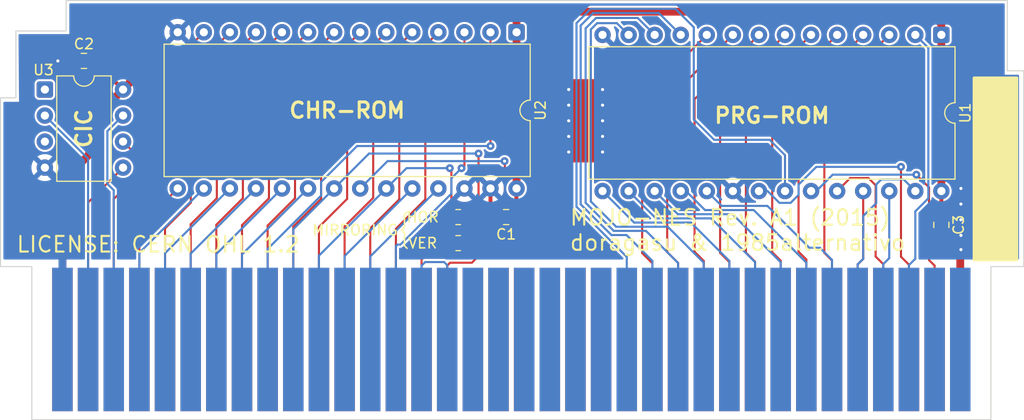
<source format=kicad_pcb>
(kicad_pcb (version 20241229) (generator "pcbnew") (generator_version "9.0")
  (title_block (title "MOJO-NES") (date "2016-12-28") (rev "A1") (company "doragasu (1985alternativo)") (comment 1 "(licence required for product manufacture, see section 4 of License)") (comment 2 "License: CERN OHL 1.2: http://www.ohwr.org/licenses/cern-ohl/v1.2"))
  (layers (0 "F.Cu" signal) (2 "B.Cu" signal) (5 "F.SilkS" user) (1 "F.Mask" user) (3 "B.Mask" user) (25 "Edge.Cuts" user))
  (net 0 "")
  (net 1 "+5V")
  (net 2 "GND")
  (net 3 "/PA11")
  (net 4 "/PA10")
  (net 5 "/PA9")
  (net 6 "/PA8")
  (net 7 "/PA7")
  (net 8 "/PA6")
  (net 9 "/PA5")
  (net 10 "/PA4")
  (net 11 "/PA3")
  (net 12 "/PA2")
  (net 13 "/PA1")
  (net 14 "/PA0")
  (net 22 "/COE")
  (net 23 "/VA10")
  (net 24 "/CA6")
  (net 25 "/CA5")
  (net 26 "/CA4")
  (net 27 "/CA3")
  (net 28 "/CA2")
  (net 29 "/CA1")
  (net 30 "/CA0")
  (net 31 "/CD0")
  (net 32 "/CD1")
  (net 33 "/CD2")
  (net 34 "/CD3")
  (net 35 "/LS0")
  (net 36 "/LS1")
  (net 39 "/PA12")
  (net 40 "/PA13")
  (net 41 "/PA14")
  (net 42 "/PD7")
  (net 43 "/PD6")
  (net 44 "/PD5")
  (net 45 "/PD4")
  (net 46 "/PD3")
  (net 47 "/PD2")
  (net 48 "/PD1")
  (net 49 "/PD0")
  (net 50 "/POE")
  (net 55 "Net-(J1-~{A13})")
  (net 58 "/CA7")
  (net 59 "/CA8")
  (net 60 "/CA9")
  (net 61 "/CA11")
  (net 62 "/CA10")
  (net 63 "/CA12")
  (net 64 "/CA13")
  (net 65 "/CD7")
  (net 66 "/CD6")
  (net 67 "/CD5")
  (net 68 "/CD4")
  (net 69 "/LS2")
  (net 70 "/LCK")
  (footprint "Capacitor_SMD:C_0805_2012Metric" (layer "F.Cu") (at 141.732 112.522 180)
    (property "Reference" "C1")
    (property "Value" "100n")
  )
  (footprint "Capacitor_SMD:C_0805_2012Metric" (layer "F.Cu") (at 100.584 97.282 180)
    (property "Reference" "C2")
    (property "Value" "100n")
  )
  (footprint "Capacitor_SMD:C_0805_2012Metric" (layer "F.Cu") (at 184.15 113.284 -90)
    (property "Reference" "C3")
    (property "Value" "100n")
  )
  (footprint "doragasu:NES_CART_FINGERS" (layer "F.Cu") (at 142.24 124.46)
    (property "Reference" "J1" (hide yes))
    (property "Value" "NES-CART" (hide yes))
  )
  (footprint "Resistor_SMD:R_0805_2012Metric" (layer "F.Cu") (at 137.0584 115.062)
    (property "Reference" "JP1" (hide yes))
    (property "Value" "JUMPER")
  )
  (footprint "Resistor_SMD:R_0805_2012Metric" (layer "F.Cu") (at 137.0584 112.522)
    (property "Reference" "JP2" (hide yes))
    (property "Value" "JUMPER")
  )
  (footprint "Package_DIP:DIP-28_W15.24mm" (layer "F.Cu") (at 142.748 94.488 -90)
    (property "Reference" "U2")
    (property "Value" "27C512")
  )
  (footprint "Package_DIP:DIP-8_W7.62mm" (layer "F.Cu") (at 96.779 100.076)
    (property "Reference" "U3")
    (property "Value" "ATTINY13-P")
  )
  (footprint "Package_DIP:DIP-28_W15.24mm" (layer "F.Cu") (at 184.15 94.742 -90)
    (property "Reference" "U1")
    (property "Value" "27C512")
  )
  (gr_line (start 131.826 112.268) (end 131.826 113.538) (stroke (width 0.1524)) (layer "F.SilkS"))
  (gr_line (start 131.572 113.792) (end 131.826 114.046) (stroke (width 0.1524)) (layer "F.SilkS"))
  (gr_line (start 131.826 115.316) (end 132.08 115.57) (stroke (width 0.1524)) (layer "F.SilkS"))
  (gr_line (start 132.08 112.014) (end 131.826 112.268) (stroke (width 0.1524)) (layer "F.SilkS"))
  (gr_line (start 131.826 114.046) (end 131.826 115.316) (stroke (width 0.1524)) (layer "F.SilkS"))
  (gr_line (start 131.826 113.538) (end 131.572 113.792) (stroke (width 0.1524)) (layer "F.SilkS"))
  (gr_line (start 190.5762 97.9678) (end 190.5762 91.3892) (stroke (width 0.1)) (layer "Edge.Cuts"))
  (gr_line (start 188.976 132.2832) (end 188.976 117.348) (stroke (width 0.1)) (layer "Edge.Cuts"))
  (gr_line (start 95.504 117.348) (end 92.456 117.348) (stroke (width 0.1)) (layer "Edge.Cuts"))
  (gr_line (start 98.8568 94.361) (end 98.8568 91.3892) (stroke (width 0.1)) (layer "Edge.Cuts"))
  (gr_line (start 92.456 100.8888) (end 93.9546 100.8888) (stroke (width 0.1)) (layer "Edge.Cuts"))
  (gr_line (start 192.1764 117.348) (end 192.1764 98.2472) (stroke (width 0.1)) (layer "Edge.Cuts"))
  (gr_line (start 95.504 132.2832) (end 95.504 117.348) (stroke (width 0.1)) (layer "Edge.Cuts"))
  (gr_line (start 92.456 117.348) (end 92.456 100.8888) (stroke (width 0.1)) (layer "Edge.Cuts"))
  (gr_line (start 190.5762 91.3892) (end 98.8568 91.3892) (stroke (width 0.1)) (layer "Edge.Cuts"))
  (gr_line (start 192.1764 98.2472) (end 190.5762 98.2472) (stroke (width 0.1)) (layer "Edge.Cuts"))
  (gr_line (start 188.976 132.2832) (end 95.504 132.2832) (stroke (width 0.1)) (layer "Edge.Cuts"))
  (gr_line (start 93.9546 100.8888) (end 93.9546 94.361) (stroke (width 0.1)) (layer "Edge.Cuts"))
  (gr_line (start 190.5762 98.2472) (end 190.5762 97.9678) (stroke (width 0.1)) (layer "Edge.Cuts"))
  (gr_line (start 93.9546 94.361) (end 98.8568 94.361) (stroke (width 0.1)) (layer "Edge.Cuts"))
  (gr_line (start 188.976 117.348) (end 192.1764 117.348) (stroke (width 0.1)) (layer "Edge.Cuts"))
  (gr_text "PRG-ROM" (at 167.64 102.616 0) (layer "F.SilkS") (effects (font (size 1.5 1.5) (thickness 0.3))))
  (gr_text "HOR" (at 133.604 112.522 0) (layer "F.SilkS") (effects (font (size 1.016 1.016) (thickness 0.1524))))
  (gr_text "LICENSE: CERN OHL 1.2" (at 107.823 115.189 0) (layer "F.SilkS") (effects (font (size 1.524 1.524) (thickness 0.2032))))
  (gr_text "CHR-ROM" (at 126.238 102.108 0) (layer "F.SilkS") (effects (font (size 1.5 1.5) (thickness 0.3))))
  (gr_text "CIC" (at 100.584 103.886 90) (layer "F.SilkS") (effects (font (size 1.5 1.5) (thickness 0.3))))
  (gr_text "MOJO-NES Rev. A1 (2015)\ndoragasu & 1985alternativo" (at 147.828 113.792 0) (layer "F.SilkS") (effects (font (size 1.524 1.524) (thickness 0.2032)) (justify left)))
  (gr_text "VER" (at 133.604 115.062 0) (layer "F.SilkS") (effects (font (size 1.016 1.016) (thickness 0.1524))))
  (gr_text "MIRRORING" (at 127 113.792 0) (layer "F.SilkS") (effects (font (size 1.016 1.016) (thickness 0.1524))))
  (segment (start 101.092 106.426) (end 101.092 103.378) (width 0.762) (layer "F.Cu") (net 1))
  (segment (start 101.092 103.378) (end 104.394 100.076) (width 0.762) (layer "F.Cu") (net 1))
  (segment (start 104.378 100.076) (end 101.584 97.282) (width 0.381) (layer "F.Cu") (net 1))
  (segment (start 142.732 109.744) (end 142.748 109.728) (width 0.381) (layer "F.Cu") (net 1))
  (segment (start 104.394 100.076) (end 105.092499 99.377501) (width 0.762) (layer "F.Cu") (net 1))
  (segment (start 184.15 112.284) (end 184.15 109.982) (width 0.381) (layer "F.Cu") (net 1))
  (segment (start 100.33508 107.18292) (end 98.49 109.028) (width 0.762) (layer "F.Cu") (net 1))
  (segment (start 184.15 93.6625) (end 184.15 94.742) (width 0.762) (layer "F.Cu") (net 1))
  (segment (start 142.732 112.522) (end 142.732 109.744) (width 0.381) (layer "F.Cu") (net 1))
  (segment (start 184.15 109.982) (end 184.15 108.994172) (width 0.381) (layer "F.Cu") (net 1))
  (segment (start 184.15 108.994172) (end 184.15 107.56773) (width 0.762) (layer "F.Cu") (net 1))
  (segment (start 184.15 107.56773) (end 184.15 94.742) (width 0.762) (layer "F.Cu") (net 1))
  (segment (start 142.748 92.4814) (end 182.9689 92.4814) (width 0.762) (layer "F.Cu") (net 1))
  (segment (start 182.9689 92.4814) (end 184.15 93.6625) (width 0.762) (layer "F.Cu") (net 1))
  (segment (start 105.092499 95.567501) (end 108.1786 92.4814) (width 0.762) (layer "F.Cu") (net 1))
  (segment (start 142.748 109.728) (end 142.748 94.488) (width 0.762) (layer "F.Cu") (net 1))
  (segment (start 105.092499 99.377501) (end 105.092499 95.567501) (width 0.762) (layer "F.Cu") (net 1))
  (segment (start 104.394 100.076) (end 104.378 100.076) (width 0.381) (layer "F.Cu") (net 1))
  (segment (start 108.1786 92.4814) (end 142.748 92.4814) (width 0.762) (layer "F.Cu") (net 1))
  (segment (start 184.15 107.56773) (end 184.15 109.982) (width 0.762) (layer "F.Cu") (net 1))
  (segment (start 98.49 109.028) (end 98.49 124.46) (width 0.762) (layer "F.Cu") (net 1))
  (segment (start 142.748 92.4814) (end 142.748 94.488) (width 0.762) (layer "F.Cu") (net 1))
  (segment (start 100.33508 107.18292) (end 101.092 106.426) (width 0.762) (layer "F.Cu") (net 1))
  (segment (start 185.99 115.886) (end 185.928 115.824) (width 0.762) (layer "F.Cu") (net 2))
  (segment (start 185.928 114.3) (end 185.928 115.824) (width 0.762) (layer "F.Cu") (net 2))
  (segment (start 151.13 101.6) (end 151.13 103.124) (width 0.381) (layer "F.Cu") (net 2))
  (segment (start 185.928 112.776) (end 185.928 111.252) (width 0.762) (layer "F.Cu") (net 2))
  (segment (start 185.928 112.776) (end 185.928 114.3) (width 0.762) (layer "F.Cu") (net 2))
  (segment (start 140.732 112.522) (end 140.208 111.998) (width 0.381) (layer "F.Cu") (net 2))
  (segment (start 147.828 100.076) (end 151.13 100.076) (width 0.381) (layer "F.Cu") (net 2))
  (segment (start 140.208 110.8202) (end 140.208 109.728) (width 0.381) (layer "F.Cu") (net 2))
  (segment (start 99.584 97.282) (end 98.044 97.282) (width 0.381) (layer "F.Cu") (net 2))
  (segment (start 185.912 114.284) (end 185.928 114.3) (width 0.381) (layer "F.Cu") (net 2))
  (segment (start 147.828 106.172) (end 147.828 104.648) (width 0.381) (layer "F.Cu") (net 2))
  (segment (start 185.99 124.46) (end 185.99 115.886) (width 0.762) (layer "F.Cu") (net 2))
  (segment (start 185.928 111.252) (end 185.928 109.728) (width 0.762) (layer "F.Cu") (net 2))
  (segment (start 151.13 104.648) (end 151.13 106.172) (width 0.381) (layer "F.Cu") (net 2))
  (segment (start 184.15 114.284) (end 185.912 114.284) (width 0.381) (layer "F.Cu") (net 2))
  (segment (start 140.208 111.998) (end 140.208 110.8202) (width 0.381) (layer "F.Cu") (net 2))
  (segment (start 147.828 103.124) (end 147.828 101.6) (width 0.381) (layer "F.Cu") (net 2))
  (via (at 147.828 101.6) (size 0.762) (drill 0.3048) (layers "F.Cu" "B.Cu") (net 2))
  (via (at 151.13 100.076) (size 0.762) (drill 0.3048) (layers "F.Cu" "B.Cu") (net 2))
  (via (at 151.13 106.172) (size 0.762) (drill 0.3048) (layers "F.Cu" "B.Cu") (net 2))
  (via (at 186.055 114.3) (size 0.889) (drill 0.3048) (layers "F.Cu" "B.Cu") (net 2))
  (via (at 147.828 106.172) (size 0.762) (drill 0.3048) (layers "F.Cu" "B.Cu") (net 2))
  (via (at 147.828 100.076) (size 0.762) (drill 0.3048) (layers "F.Cu" "B.Cu") (net 2))
  (via (at 186.055 109.728) (size 0.889) (drill 0.3048) (layers "F.Cu" "B.Cu") (net 2))
  (via (at 186.055 112.776) (size 0.889) (drill 0.3048) (layers "F.Cu" "B.Cu") (net 2))
  (via (at 186.055 115.697) (size 0.889) (drill 0.3048) (layers "F.Cu" "B.Cu") (net 2))
  (via (at 151.13 103.124) (size 0.762) (drill 0.3048) (layers "F.Cu" "B.Cu") (net 2))
  (via (at 147.828 104.648) (size 0.762) (drill 0.3048) (layers "F.Cu" "B.Cu") (net 2))
  (via (at 186.055 111.252) (size 0.889) (drill 0.3048) (layers "F.Cu" "B.Cu") (net 2))
  (via (at 151.13 101.6) (size 0.762) (drill 0.3048) (layers "F.Cu" "B.Cu") (net 2))
  (via (at 98.044 97.282) (size 0.762) (drill 0.3048) (layers "F.Cu" "B.Cu") (net 2))
  (via (at 147.828 103.124) (size 0.762) (drill 0.3048) (layers "F.Cu" "B.Cu") (net 2))
  (via (at 151.13 104.648) (size 0.762) (drill 0.3048) (layers "F.Cu" "B.Cu") (net 2))
  (segment (start 98.49 109.412) (end 96.774 107.696) (width 0.762) (layer "B.Cu") (net 2))
  (segment (start 151.13 100.076) (end 151.13 101.6) (width 0.381) (layer "B.Cu") (net 2))
  (segment (start 147.828 106.710815) (end 147.828 106.172) (width 0.381) (layer "B.Cu") (net 2))
  (segment (start 147.828 106.264458) (end 147.828 106.172) (width 0.381) (layer "B.Cu") (net 2))
  (segment (start 140.208 109.728) (end 141.478 110.998) (width 0.381) (layer "B.Cu") (net 2))
  (segment (start 160.02 106.172) (end 163.83 109.982) (width 0.381) (layer "B.Cu") (net 2))
  (segment (start 147.828 101.6) (end 147.828 100.076) (width 0.381) (layer "B.Cu") (net 2))
  (segment (start 143.540815 110.998) (end 147.828 106.710815) (width 0.381) (layer "B.Cu") (net 2))
  (segment (start 98.49 124.68) (end 98.49 109.412) (width 0.762) (layer "B.Cu") (net 2))
  (segment (start 151.13 103.124) (end 151.13 104.648) (width 0.381) (layer "B.Cu") (net 2))
  (segment (start 141.478 110.998) (end 143.540815 110.998) (width 0.381) (layer "B.Cu") (net 2))
  (segment (start 151.13 106.172) (end 160.02 106.172) (width 0.381) (layer "B.Cu") (net 2))
  (segment (start 147.828 104.648) (end 147.828 103.124) (width 0.381) (layer "B.Cu") (net 2))
  (segment (start 183.49 117.2568) (end 183.49 124.46) (width 0.2032) (layer "F.Cu") (net 3))
  (segment (start 181.7116 108.3818) (end 182.9468 109.617) (width 0.2032) (layer "F.Cu") (net 3))
  (segment (start 182.9468 116.7136) (end 183.49 117.2568) (width 0.2032) (layer "F.Cu") (net 3))
  (segment (start 184.15 124.46) (end 184.15 118.46) (width 0.2032) (layer "F.Cu") (net 3))
  (segment (start 182.9468 109.617) (end 182.9468 116.7136) (width 0.2032) (layer "F.Cu") (net 3))
  (via (at 181.7116 108.3818) (size 0.762) (drill 0.3048) (layers "F.Cu" "B.Cu") (net 3))
  (segment (start 171.958 109.982) (end 173.5582 108.3818) (width 0.2032) (layer "B.Cu") (net 3))
  (segment (start 173.5582 108.3818) (end 181.7116 108.3818) (width 0.2032) (layer "B.Cu") (net 3))
  (segment (start 171.45 109.982) (end 171.958 109.982) (width 0.2032) (layer "B.Cu") (net 3))
  (segment (start 180.99 117.1692) (end 180.99 124.46) (width 0.2032) (layer "F.Cu") (net 4))
  (segment (start 180.213 108.158615) (end 180.213 107.6198) (width 0.2032) (layer "F.Cu") (net 4))
  (segment (start 180.213 116.3922) (end 180.213 108.158615) (width 0.2032) (layer "F.Cu") (net 4))
  (segment (start 181.61 124.46) (end 181.61 118.46) (width 0.2032) (layer "F.Cu") (net 4))
  (segment (start 180.213 116.3922) (end 180.99 117.1692) (width 0.2032) (layer "F.Cu") (net 4))
  (via (at 180.213 107.6198) (size 0.762) (drill 0.3048) (layers "F.Cu" "B.Cu") (net 4))
  (segment (start 170.2308 110.356873) (end 170.2308 109.350675) (width 0.2032) (layer "B.Cu") (net 4))
  (segment (start 166.37 109.982) (end 167.215057 109.982) (width 0.2032) (layer "B.Cu") (net 4))
  (segment (start 169.456375 111.131298) (end 170.2308 110.356873) (width 0.2032) (layer "B.Cu") (net 4))
  (segment (start 168.364355 111.131298) (end 169.456375 111.131298) (width 0.2032) (layer "B.Cu") (net 4))
  (segment (start 171.961675 107.6198) (end 180.213 107.6198) (width 0.2032) (layer "B.Cu") (net 4))
  (segment (start 167.215057 109.982) (end 168.364355 111.131298) (width 0.2032) (layer "B.Cu") (net 4))
  (segment (start 170.2308 109.350675) (end 171.961675 107.6198) (width 0.2032) (layer "B.Cu") (net 4))
  (segment (start 178.49 117.1168) (end 178.49 124.46) (width 0.2032) (layer "F.Cu") (net 5))
  (segment (start 177.743044 109.417044) (end 177.743044 116.369844) (width 0.2032) (layer "F.Cu") (net 5))
  (segment (start 175.26 108.712) (end 177.038 108.712) (width 0.2032) (layer "F.Cu") (net 5))
  (segment (start 177.038 108.712) (end 177.743044 109.417044) (width 0.2032) (layer "F.Cu") (net 5))
  (segment (start 173.99 109.982) (end 175.26 108.712) (width 0.2032) (layer "F.Cu") (net 5))
  (segment (start 177.743044 116.369844) (end 178.49 117.1168) (width 0.2032) (layer "F.Cu") (net 5))
  (segment (start 176.53 116.60074) (end 176.53 109.982) (width 0.2032) (layer "F.Cu") (net 6))
  (segment (start 175.99 117.14074) (end 175.99 124.46) (width 0.2032) (layer "F.Cu") (net 6))
  (segment (start 176.53 116.60074) (end 175.99 117.14074) (width 0.2032) (layer "F.Cu") (net 6))
  (segment (start 173.21772 116.48452) (end 173.49 116.7568) (width 0.2032) (layer "F.Cu") (net 7))
  (segment (start 173.49 116.7568) (end 173.49 124.46) (width 0.2032) (layer "F.Cu") (net 7))
  (segment (start 172.7454 116.0122) (end 172.7454 101.0666) (width 0.2032) (layer "F.Cu") (net 7))
  (segment (start 172.7454 101.0666) (end 178.371501 95.440499) (width 0.2032) (layer "F.Cu") (net 7))
  (segment (start 178.371501 95.440499) (end 179.07 94.742) (width 0.2032) (layer "F.Cu") (net 7))
  (segment (start 173.21772 116.48452) (end 172.7454 116.0122) (width 0.2032) (layer "F.Cu") (net 7))
  (segment (start 170.43146 116.10086) (end 170.2308 115.9002) (width 0.2032) (layer "F.Cu") (net 8))
  (segment (start 170.99 116.6594) (end 170.99 124.46) (width 0.2032) (layer "F.Cu") (net 8))
  (segment (start 170.2308 115.9002) (end 170.2308 101.0412) (width 0.2032) (layer "F.Cu") (net 8))
  (segment (start 170.43146 116.10086) (end 170.99 116.6594) (width 0.2032) (layer "F.Cu") (net 8))
  (segment (start 175.831501 95.440499) (end 176.53 94.742) (width 0.2032) (layer "F.Cu") (net 8))
  (segment (start 170.2308 101.0412) (end 175.831501 95.440499) (width 0.2032) (layer "F.Cu") (net 8))
  (segment (start 168.20896 116.49456) (end 167.6654 115.951) (width 0.2032) (layer "F.Cu") (net 9))
  (segment (start 167.6654 101.0666) (end 173.291501 95.440499) (width 0.2032) (layer "F.Cu") (net 9))
  (segment (start 168.49 116.7756) (end 168.49 124.46) (width 0.2032) (layer "F.Cu") (net 9))
  (segment (start 167.6654 115.951) (end 167.6654 101.0666) (width 0.2032) (layer "F.Cu") (net 9))
  (segment (start 168.20896 116.49456) (end 168.49 116.7756) (width 0.2032) (layer "F.Cu") (net 9))
  (segment (start 173.291501 95.440499) (end 173.99 94.742) (width 0.2032) (layer "F.Cu") (net 9))
  (segment (start 165.99 116.8768) (end 165.99 124.46) (width 0.2032) (layer "F.Cu") (net 10))
  (segment (start 165.1 101.092) (end 170.751501 95.440499) (width 0.2032) (layer "F.Cu") (net 10))
  (segment (start 165.75012 116.63692) (end 165.99 116.8768) (width 0.2032) (layer "F.Cu") (net 10))
  (segment (start 165.75012 116.63692) (end 165.1 115.9868) (width 0.2032) (layer "F.Cu") (net 10))
  (segment (start 170.751501 95.440499) (end 171.45 94.742) (width 0.2032) (layer "F.Cu") (net 10))
  (segment (start 165.1 115.9868) (end 165.1 101.092) (width 0.2032) (layer "F.Cu") (net 10))
  (segment (start 168.211501 95.440499) (end 168.91 94.742) (width 0.2032) (layer "F.Cu") (net 11))
  (segment (start 163.139 116.5658) (end 162.5854 116.0122) (width 0.2032) (layer "F.Cu") (net 11))
  (segment (start 162.5854 101.0666) (end 168.211501 95.440499) (width 0.2032) (layer "F.Cu") (net 11))
  (segment (start 163.49 116.9168) (end 163.49 124.46) (width 0.2032) (layer "F.Cu") (net 11))
  (segment (start 163.139 116.5658) (end 163.49 116.9168) (width 0.2032) (layer "F.Cu") (net 11))
  (segment (start 162.5854 116.0122) (end 162.5854 101.0666) (width 0.2032) (layer "F.Cu") (net 11))
  (segment (start 160.51784 116.32184) (end 160.99 116.794) (width 0.2032) (layer "F.Cu") (net 12))
  (segment (start 160.99 116.794) (end 160.99 124.46) (width 0.2032) (layer "F.Cu") (net 12))
  (segment (start 160.51784 116.32184) (end 160.0962 115.9002) (width 0.2032) (layer "F.Cu") (net 12))
  (segment (start 160.0962 115.9002) (end 160.0962 101.0158) (width 0.2032) (layer "F.Cu") (net 12))
  (segment (start 160.0962 101.0158) (end 165.671501 95.440499) (width 0.2032) (layer "F.Cu") (net 12))
  (segment (start 165.671501 95.440499) (end 166.37 94.742) (width 0.2032) (layer "F.Cu") (net 12))
  (segment (start 158.49 116.9968) (end 158.49 124.46) (width 0.2032) (layer "F.Cu") (net 13))
  (segment (start 157.6526 116.1594) (end 158.49 116.9968) (width 0.2032) (layer "F.Cu") (net 13))
  (segment (start 157.4292 115.936) (end 157.4292 101.1428) (width 0.2032) (layer "F.Cu") (net 13))
  (segment (start 157.4292 101.1428) (end 163.131501 95.440499) (width 0.2032) (layer "F.Cu") (net 13))
  (segment (start 163.131501 95.440499) (end 163.83 94.742) (width 0.2032) (layer "F.Cu") (net 13))
  (segment (start 157.6526 116.1594) (end 157.4292 115.936) (width 0.2032) (layer "F.Cu") (net 13))
  (segment (start 154.9908 101.0412) (end 160.591501 95.440499) (width 0.2032) (layer "F.Cu") (net 14))
  (segment (start 155.99 117.0368) (end 155.99 124.46) (width 0.2032) (layer "F.Cu") (net 14))
  (segment (start 154.9908 116.0376) (end 154.9908 101.0412) (width 0.2032) (layer "F.Cu") (net 14))
  (segment (start 155.20404 116.25084) (end 154.9908 116.0376) (width 0.2032) (layer "F.Cu") (net 14))
  (segment (start 155.20404 116.25084) (end 155.99 117.0368) (width 0.2032) (layer "F.Cu") (net 14))
  (segment (start 160.591501 95.440499) (end 161.29 94.742) (width 0.2032) (layer "F.Cu") (net 14))
  (segment (start 135.99 117.2568) (end 135.99 124.46) (width 0.2032) (layer "F.Cu") (net 22))
  (segment (start 141.605 113.763792) (end 138.396583 116.972209) (width 0.2032) (layer "F.Cu") (net 22))
  (segment (start 138.396583 116.972209) (end 136.274591 116.972209) (width 0.2032) (layer "F.Cu") (net 22))
  (segment (start 141.5796 107.061) (end 141.605 107.0864) (width 0.2032) (layer "F.Cu") (net 22))
  (segment (start 136.274591 116.972209) (end 135.99 117.2568) (width 0.2032) (layer "F.Cu") (net 22))
  (segment (start 141.605 107.0864) (end 141.605 113.763792) (width 0.2032) (layer "F.Cu") (net 22))
  (via (at 141.5796 107.061) (size 0.762) (drill 0.3048) (layers "F.Cu" "B.Cu") (net 22))
  (segment (start 127.508 109.728) (end 130.175 107.061) (width 0.2032) (layer "B.Cu") (net 22))
  (segment (start 138.710414 107.061) (end 141.5796 107.061) (width 0.2032) (layer "B.Cu") (net 22))
  (segment (start 130.175 107.061) (end 138.710414 107.061) (width 0.2032) (layer "B.Cu") (net 22))
  (segment (start 133.49 115.176) (end 134.9248 113.7412) (width 0.2032) (layer "F.Cu") (net 23))
  (segment (start 134.9248 113.7412) (end 137.8712 113.7412) (width 0.2032) (layer "F.Cu") (net 23))
  (segment (start 137.8712 113.7412) (end 137.9084 113.704) (width 0.2032) (layer "F.Cu") (net 23))
  (segment (start 137.9084 113.704) (end 137.9084 112.522) (width 0.2032) (layer "F.Cu") (net 23))
  (segment (start 133.49 124.55) (end 133.49 115.176) (width 0.2032) (layer "F.Cu") (net 23))
  (segment (start 137.9084 115.062) (end 137.9084 112.522) (width 0.2032) (layer "F.Cu") (net 23))
  (segment (start 130.99 113.6628) (end 133.858 110.7948) (width 0.2032) (layer "F.Cu") (net 24))
  (segment (start 133.858 110.7948) (end 133.858 95.758) (width 0.2032) (layer "F.Cu") (net 24))
  (segment (start 133.858 95.758) (end 135.128 94.488) (width 0.2032) (layer "F.Cu") (net 24))
  (segment (start 130.99 124.48) (end 130.99 113.6628) (width 0.2032) (layer "F.Cu") (net 24))
  (segment (start 131.318 110.7948) (end 131.318 95.758) (width 0.2032) (layer "F.Cu") (net 25))
  (segment (start 131.318 95.758) (end 132.588 94.488) (width 0.2032) (layer "F.Cu") (net 25))
  (segment (start 128.66878 113.44402) (end 131.318 110.7948) (width 0.2032) (layer "F.Cu") (net 25))
  (segment (start 128.49 113.6228) (end 128.49 124.46) (width 0.2032) (layer "F.Cu") (net 25))
  (segment (start 128.66878 113.44402) (end 128.49 113.6228) (width 0.2032) (layer "F.Cu") (net 25))
  (segment (start 128.778 110.6424) (end 128.778 95.758) (width 0.2032) (layer "F.Cu") (net 26))
  (segment (start 128.778 95.758) (end 130.048 94.488) (width 0.2032) (layer "F.Cu") (net 26))
  (segment (start 126.39294 113.02746) (end 128.778 110.6424) (width 0.2032) (layer "F.Cu") (net 26))
  (segment (start 126.39294 113.02746) (end 125.99 113.4304) (width 0.2032) (layer "F.Cu") (net 26))
  (segment (start 125.99 113.4304) (end 125.99 124.46) (width 0.2032) (layer "F.Cu") (net 26))
  (segment (start 126.238 110.744) (end 126.238 95.758) (width 0.2032) (layer "F.Cu") (net 27))
  (segment (start 126.238 95.758) (end 127.508 94.488) (width 0.2032) (layer "F.Cu") (net 27))
  (segment (start 124.152407 112.829593) (end 123.49 113.492) (width 0.2032) (layer "F.Cu") (net 27))
  (segment (start 124.152407 112.829593) (end 126.238 110.744) (width 0.2032) (layer "F.Cu") (net 27))
  (segment (start 123.49 113.492) (end 123.49 124.46) (width 0.2032) (layer "F.Cu") (net 27))
  (segment (start 123.698 110.744) (end 123.698 95.758) (width 0.2032) (layer "F.Cu") (net 28))
  (segment (start 123.698 95.758) (end 124.968 94.488) (width 0.2032) (layer "F.Cu") (net 28))
  (segment (start 121.399455 113.042545) (end 120.99 113.452) (width 0.2032) (layer "F.Cu") (net 28))
  (segment (start 120.99 113.452) (end 120.99 124.46) (width 0.2032) (layer "F.Cu") (net 28))
  (segment (start 121.399455 113.042545) (end 123.698 110.744) (width 0.2032) (layer "F.Cu") (net 28))
  (segment (start 121.158 110.6805) (end 121.158 95.758) (width 0.2032) (layer "F.Cu") (net 29))
  (segment (start 121.158 95.758) (end 122.428 94.488) (width 0.2032) (layer "F.Cu") (net 29))
  (segment (start 119.89689 111.94161) (end 121.158 110.6805) (width 0.2032) (layer "F.Cu") (net 29))
  (segment (start 118.49 113.3485) (end 118.49 124.46) (width 0.2032) (layer "F.Cu") (net 29))
  (segment (start 119.89689 111.94161) (end 118.49 113.3485) (width 0.2032) (layer "F.Cu") (net 29))
  (segment (start 118.618 110.6805) (end 118.618 95.758) (width 0.2032) (layer "F.Cu") (net 30))
  (segment (start 118.618 95.758) (end 119.888 94.488) (width 0.2032) (layer "F.Cu") (net 30))
  (segment (start 115.99 113.3085) (end 115.99 124.46) (width 0.2032) (layer "F.Cu") (net 30))
  (segment (start 117.15877 112.13973) (end 118.618 110.6805) (width 0.2032) (layer "F.Cu") (net 30))
  (segment (start 117.15877 112.13973) (end 115.99 113.3085) (width 0.2032) (layer "F.Cu") (net 30))
  (segment (start 116.078 110.6805) (end 116.078 95.758) (width 0.2032) (layer "F.Cu") (net 31))
  (segment (start 116.078 95.758) (end 117.348 94.488) (width 0.2032) (layer "F.Cu") (net 31))
  (segment (start 114.75085 112.00765) (end 116.078 110.6805) (width 0.2032) (layer "F.Cu") (net 31))
  (segment (start 113.49 113.2685) (end 113.49 124.46) (width 0.2032) (layer "F.Cu") (net 31))
  (segment (start 114.75085 112.00765) (end 113.49 113.2685) (width 0.2032) (layer "F.Cu") (net 31))
  (segment (start 113.538 110.6805) (end 113.538 95.758) (width 0.2032) (layer "F.Cu") (net 32))
  (segment (start 113.538 95.758) (end 114.808 94.488) (width 0.2032) (layer "F.Cu") (net 32))
  (segment (start 110.99 113.2285) (end 110.99 124.46) (width 0.2032) (layer "F.Cu") (net 32))
  (segment (start 112.04829 112.17021) (end 113.538 110.6805) (width 0.2032) (layer "F.Cu") (net 32))
  (segment (start 112.04829 112.17021) (end 110.99 113.2285) (width 0.2032) (layer "F.Cu") (net 32))
  (segment (start 110.998 111.125) (end 110.998 95.758) (width 0.2032) (layer "F.Cu") (net 33))
  (segment (start 110.998 95.758) (end 112.268 94.488) (width 0.2032) (layer "F.Cu") (net 33))
  (segment (start 109.6899 112.4331) (end 108.49 113.633) (width 0.2032) (layer "F.Cu") (net 33))
  (segment (start 109.6899 112.4331) (end 110.998 111.125) (width 0.2032) (layer "F.Cu") (net 33))
  (segment (start 108.49 113.633) (end 108.49 124.46) (width 0.2032) (layer "F.Cu") (net 33))
  (segment (start 105.99 113.466) (end 105.99 124.46) (width 0.2032) (layer "F.Cu") (net 34))
  (segment (start 106.53776 112.91824) (end 105.99 113.466) (width 0.2032) (layer "F.Cu") (net 34))
  (segment (start 106.53776 112.91824) (end 109.728 109.728) (width 0.2032) (layer "F.Cu") (net 34))
  (segment (start 105.791 106.553) (end 104.394 105.156) (width 0.2032) (layer "F.Cu") (net 35))
  (segment (start 104.6861 109.5629) (end 105.791 108.458) (width 0.2032) (layer "F.Cu") (net 35))
  (segment (start 104.6861 109.5629) (end 103.49 110.759) (width 0.2032) (layer "F.Cu") (net 35))
  (segment (start 105.791 108.458) (end 105.791 106.553) (width 0.2032) (layer "F.Cu") (net 35))
  (segment (start 103.49 110.759) (end 103.49 124.46) (width 0.2032) (layer "F.Cu") (net 35))
  (segment (start 100.99 111.1) (end 100.99 124.46) (width 0.2032) (layer "F.Cu") (net 36))
  (segment (start 102.219461 109.870539) (end 104.394 107.696) (width 0.2032) (layer "F.Cu") (net 36))
  (segment (start 102.219461 109.870539) (end 100.99 111.1) (width 0.2032) (layer "F.Cu") (net 36))
  (segment (start 180.99 117.20456) (end 181.61 116.58456) (width 0.2032) (layer "B.Cu") (net 39))
  (segment (start 181.61 116.58456) (end 181.61 111.9632) (width 0.2032) (layer "B.Cu") (net 39))
  (segment (start 180.99 124.46) (end 180.99 117.20456) (width 0.2032) (layer "B.Cu") (net 39))
  (segment (start 181.61 111.9632) (end 182.88 110.6932) (width 0.2032) (layer "B.Cu") (net 39))
  (segment (start 182.88 96.012) (end 181.61 94.742) (width 0.2032) (layer "B.Cu") (net 39))
  (segment (start 182.88 110.6932) (end 182.88 96.012) (width 0.2032) (layer "B.Cu") (net 39))
  (segment (start 179.07 116.52366) (end 179.07 109.982) (width 0.2032) (layer "B.Cu") (net 40))
  (segment (start 179.07 116.52366) (end 178.49 117.10366) (width 0.2032) (layer "B.Cu") (net 40))
  (segment (start 178.49 117.10366) (end 178.49 124.46) (width 0.2032) (layer "B.Cu") (net 40))
  (segment (start 177.8 109.347) (end 178.308 108.839) (width 0.2032) (layer "B.Cu") (net 41))
  (segment (start 178.308 108.839) (end 180.467 108.839) (width 0.2032) (layer "B.Cu") (net 41))
  (segment (start 175.99 117.13834) (end 176.53 116.59834) (width 0.2032) (layer "B.Cu") (net 41))
  (segment (start 176.53 116.59834) (end 176.53 112.4204) (width 0.2032) (layer "B.Cu") (net 41))
  (segment (start 176.53 112.4204) (end 177.8 111.1504) (width 0.2032) (layer "B.Cu") (net 41))
  (segment (start 175.99 124.46) (end 175.99 117.13834) (width 0.2032) (layer "B.Cu") (net 41))
  (segment (start 177.8 111.1504) (end 177.8 109.347) (width 0.2032) (layer "B.Cu") (net 41))
  (segment (start 180.467 108.839) (end 181.61 109.982) (width 0.2032) (layer "B.Cu") (net 41))
  (segment (start 173.49 124.46) (end 173.49 116.6956) (width 0.2032) (layer "B.Cu") (net 42))
  (segment (start 173.49 116.6956) (end 172.30344 115.50904) (width 0.2032) (layer "B.Cu") (net 42))
  (segment (start 172.30344 115.50904) (end 171.27474 115.50904) (width 0.2032) (layer "B.Cu") (net 42))
  (segment (start 162.73778 111.42978) (end 161.29 109.982) (width 0.2032) (layer "B.Cu") (net 42))
  (segment (start 171.27474 115.50904) (end 167.19548 111.42978) (width 0.2032) (layer "B.Cu") (net 42))
  (segment (start 167.19548 111.42978) (end 162.73778 111.42978) (width 0.2032) (layer "B.Cu") (net 42))
  (segment (start 165.86199 111.83619) (end 161.11219 111.83619) (width 0.2032) (layer "B.Cu") (net 43))
  (segment (start 161.11219 111.83619) (end 159.258 109.982) (width 0.2032) (layer "B.Cu") (net 43))
  (segment (start 170.99 124.46) (end 170.99 116.9642) (width 0.2032) (layer "B.Cu") (net 43))
  (segment (start 159.258 109.982) (end 158.75 109.982) (width 0.2032) (layer "B.Cu") (net 43))
  (segment (start 170.99 116.9642) (end 165.86199 111.83619) (width 0.2032) (layer "B.Cu") (net 43))
  (segment (start 156.908499 110.680499) (end 156.21 109.982) (width 0.2032) (layer "B.Cu") (net 44))
  (segment (start 167.259 115.697) (end 168.49 116.928) (width 0.2032) (layer "B.Cu") (net 44))
  (segment (start 163.8046 112.2426) (end 158.4706 112.2426) (width 0.2032) (layer "B.Cu") (net 44))
  (segment (start 167.259 115.697) (end 163.8046 112.2426) (width 0.2032) (layer "B.Cu") (net 44))
  (segment (start 158.4706 112.2426) (end 156.908499 110.680499) (width 0.2032) (layer "B.Cu") (net 44))
  (segment (start 168.49 116.928) (end 168.49 124.46) (width 0.2032) (layer "B.Cu") (net 44))
  (segment (start 161.72181 112.64901) (end 156.33701 112.64901) (width 0.2032) (layer "B.Cu") (net 45))
  (segment (start 165.99 116.9172) (end 165.99 124.46) (width 0.2032) (layer "B.Cu") (net 45))
  (segment (start 164.77488 115.70208) (end 165.99 116.9172) (width 0.2032) (layer "B.Cu") (net 45))
  (segment (start 164.77488 115.70208) (end 161.72181 112.64901) (width 0.2032) (layer "B.Cu") (net 45))
  (segment (start 154.368499 110.680499) (end 153.67 109.982) (width 0.2032) (layer "B.Cu") (net 45))
  (segment (start 156.33701 112.64901) (end 154.368499 110.680499) (width 0.2032) (layer "B.Cu") (net 45))
  (segment (start 163.49 116.8048) (end 163.49 124.46) (width 0.2032) (layer "B.Cu") (net 46))
  (segment (start 151.828499 110.680499) (end 151.13 109.982) (width 0.2032) (layer "B.Cu") (net 46))
  (segment (start 159.740619 113.055419) (end 154.203419 113.055419) (width 0.2032) (layer "B.Cu") (net 46))
  (segment (start 154.203419 113.055419) (end 151.828499 110.680499) (width 0.2032) (layer "B.Cu") (net 46))
  (segment (start 162.26028 115.57508) (end 163.49 116.8048) (width 0.2032) (layer "B.Cu") (net 46))
  (segment (start 162.26028 115.57508) (end 159.740619 113.055419) (width 0.2032) (layer "B.Cu") (net 46))
  (segment (start 160.99 116.9718) (end 157.480029 113.461829) (width 0.2032) (layer "B.Cu") (net 47))
  (segment (start 149.987 110.998) (end 149.987 94.210602) (width 0.2032) (layer "B.Cu") (net 47))
  (segment (start 150.598602 93.599) (end 152.527 93.599) (width 0.2032) (layer "B.Cu") (net 47))
  (segment (start 157.480029 113.461829) (end 152.450829 113.461829) (width 0.2032) (layer "B.Cu") (net 47))
  (segment (start 160.99 124.46) (end 160.99 116.9718) (width 0.2032) (layer "B.Cu") (net 47))
  (segment (start 152.450829 113.461829) (end 149.987 110.998) (width 0.2032) (layer "B.Cu") (net 47))
  (segment (start 149.987 94.210602) (end 150.598602 93.599) (width 0.2032) (layer "B.Cu") (net 47))
  (segment (start 152.527 93.599) (end 153.67 94.742) (width 0.2032) (layer "B.Cu") (net 47))
  (segment (start 149.479 94.107) (end 150.495 93.091) (width 0.2032) (layer "B.Cu") (net 48))
  (segment (start 155.361439 113.868239) (end 152.222239 113.868239) (width 0.2032) (layer "B.Cu") (net 48))
  (segment (start 149.479 111.125) (end 149.479 94.107) (width 0.2032) (layer "B.Cu") (net 48))
  (segment (start 158.49 124.46) (end 158.49 116.9968) (width 0.2032) (layer "B.Cu") (net 48))
  (segment (start 152.222239 113.868239) (end 149.479 111.125) (width 0.2032) (layer "B.Cu") (net 48))
  (segment (start 158.49 116.9968) (end 155.361439 113.868239) (width 0.2032) (layer "B.Cu") (net 48))
  (segment (start 150.495 93.091) (end 154.559 93.091) (width 0.2032) (layer "B.Cu") (net 48))
  (segment (start 154.559 93.091) (end 156.21 94.742) (width 0.2032) (layer "B.Cu") (net 48))
  (segment (start 148.9974 93.8266) (end 150.2146 92.6094) (width 0.2032) (layer "B.Cu") (net 49))
  (segment (start 155.99 124.46) (end 155.99 116.7978) (width 0.2032) (layer "B.Cu") (net 49))
  (segment (start 150.2146 92.6094) (end 156.6174 92.6094) (width 0.2032) (layer "B.Cu") (net 49))
  (segment (start 148.9974 111.2784) (end 148.9974 93.8266) (width 0.2032) (layer "B.Cu") (net 49))
  (segment (start 151.993648 114.274648) (end 148.9974 111.2784) (width 0.2032) (layer "B.Cu") (net 49))
  (segment (start 153.466848 114.274648) (end 151.993648 114.274648) (width 0.2032) (layer "B.Cu") (net 49))
  (segment (start 155.99 116.7978) (end 153.466848 114.274648) (width 0.2032) (layer "B.Cu") (net 49))
  (segment (start 156.6174 92.6094) (end 158.75 94.742) (width 0.2032) (layer "B.Cu") (net 49))
  (segment (start 153.49 124.46) (end 153.49 116.406) (width 0.2032) (layer "B.Cu") (net 50))
  (segment (start 168.91 106.4768) (end 168.91 109.982) (width 0.2032) (layer "B.Cu") (net 50))
  (segment (start 148.59 111.506) (end 148.59 93.599) (width 0.2032) (layer "B.Cu") (net 50))
  (segment (start 158.228284 92.202) (end 160.02 93.993716) (width 0.2032) (layer "B.Cu") (net 50))
  (segment (start 153.49 116.406) (end 148.59 111.506) (width 0.2032) (layer "B.Cu") (net 50))
  (segment (start 149.987 92.202) (end 158.228284 92.202) (width 0.2032) (layer "B.Cu") (net 50))
  (segment (start 148.59 93.599) (end 149.987 92.202) (width 0.2032) (layer "B.Cu") (net 50))
  (segment (start 160.02 93.993716) (end 160.02 102.997) (width 0.2032) (layer "B.Cu") (net 50))
  (segment (start 162.0012 104.9782) (end 167.4114 104.9782) (width 0.2032) (layer "B.Cu") (net 50))
  (segment (start 167.4114 104.9782) (end 168.91 106.4768) (width 0.2032) (layer "B.Cu") (net 50))
  (segment (start 160.02 102.997) (end 162.0012 104.9782) (width 0.2032) (layer "B.Cu") (net 50))
  (segment (start 133.8368 116.91) (end 135.69 116.91) (width 0.2032) (layer "B.Cu") (net 55))
  (segment (start 133.49 124.46) (end 133.49 117.2568) (width 0.2032) (layer "B.Cu") (net 55))
  (segment (start 135.69 116.91) (end 135.99 117.21) (width 0.2032) (layer "B.Cu") (net 55))
  (segment (start 133.49 117.2568) (end 133.8368 116.91) (width 0.2032) (layer "B.Cu") (net 55))
  (segment (start 135.99 117.21) (end 135.99 124.46) (width 0.2032) (layer "B.Cu") (net 55))
  (segment (start 137.668 107.46742) (end 137.3886 107.74682) (width 0.2032) (layer "F.Cu") (net 58))
  (segment (start 137.668 94.488) (end 137.668 107.46742) (width 0.2032) (layer "F.Cu") (net 58))
  (via (at 137.3886 107.74682) (size 0.762) (drill 0.3048) (layers "F.Cu" "B.Cu") (net 58))
  (segment (start 136.398 110.236) (end 136.398 108.73742) (width 0.2032) (layer "B.Cu") (net 58))
  (segment (start 130.99 115.350886) (end 131.135501 115.205385) (width 0.2032) (layer "B.Cu") (net 58))
  (segment (start 136.398 108.73742) (end 137.3886 107.74682) (width 0.2032) (layer "B.Cu") (net 58))
  (segment (start 130.99 124.46) (end 130.99 115.350886) (width 0.2032) (layer "B.Cu") (net 58))
  (segment (start 131.135501 115.205385) (end 131.428615 115.205385) (width 0.2032) (layer "B.Cu") (net 58))
  (segment (start 131.428615 115.205385) (end 136.398 110.236) (width 0.2032) (layer "B.Cu") (net 58))
  (segment (start 128.88214 115.97386) (end 135.128 109.728) (width 0.2032) (layer "B.Cu") (net 59))
  (segment (start 128.49 116.366) (end 128.49 124.46) (width 0.2032) (layer "B.Cu") (net 59))
  (segment (start 128.88214 115.97386) (end 128.49 116.366) (width 0.2032) (layer "B.Cu") (net 59))
  (segment (start 126.77394 115.54206) (end 125.99 116.326) (width 0.2032) (layer "B.Cu") (net 60))
  (segment (start 126.77394 115.54206) (end 132.588 109.728) (width 0.2032) (layer "B.Cu") (net 60))
  (segment (start 125.99 116.326) (end 125.99 124.46) (width 0.2032) (layer "B.Cu") (net 60))
  (segment (start 136.398 107.89922) (end 136.2456 107.74682) (width 0.2032) (layer "F.Cu") (net 61))
  (segment (start 136.2084 112.522) (end 136.398 112.3324) (width 0.2032) (layer "F.Cu") (net 61))
  (segment (start 136.398 112.3324) (end 136.398 107.89922) (width 0.2032) (layer "F.Cu") (net 61))
  (via (at 136.2456 107.74682) (size 0.762) (drill 0.3048) (layers "F.Cu" "B.Cu") (net 61))
  (segment (start 132.02918 107.74682) (end 135.706785 107.74682) (width 0.2032) (layer "B.Cu") (net 61))
  (segment (start 123.49 116.286) (end 123.49 124.46) (width 0.2032) (layer "B.Cu") (net 61))
  (segment (start 124.008865 115.767135) (end 130.048 109.728) (width 0.2032) (layer "B.Cu") (net 61))
  (segment (start 135.706785 107.74682) (end 136.2456 107.74682) (width 0.2032) (layer "B.Cu") (net 61))
  (segment (start 124.008865 115.767135) (end 123.49 116.286) (width 0.2032) (layer "B.Cu") (net 61))
  (segment (start 130.048 109.728) (end 132.02918 107.74682) (width 0.2032) (layer "B.Cu") (net 61))
  (segment (start 123.49 116.286) (end 123.49 130.508642) (width 0.2032) (layer "B.Cu") (net 61))
  (segment (start 136.574 116.2558) (end 138.538242 116.2558) (width 0.2032) (layer "F.Cu") (net 62))
  (segment (start 138.538242 116.2558) (end 139.0428 115.751242) (width 0.2032) (layer "F.Cu") (net 62))
  (segment (start 139.0428 106.860657) (end 139.0428 106.321842) (width 0.2032) (layer "F.Cu") (net 62))
  (segment (start 136.2084 115.062) (end 136.2084 115.8902) (width 0.2032) (layer "F.Cu") (net 62))
  (segment (start 136.2084 115.8902) (end 136.574 116.2558) (width 0.2032) (layer "F.Cu") (net 62))
  (segment (start 139.0428 115.751242) (end 139.0428 106.860657) (width 0.2032) (layer "F.Cu") (net 62))
  (via (at 139.0428 106.321842) (size 0.762) (drill 0.3048) (layers "F.Cu" "B.Cu") (net 62))
  (segment (start 128.374158 106.321842) (end 138.503985 106.321842) (width 0.2032) (layer "B.Cu") (net 62))
  (segment (start 138.503985 106.321842) (end 139.0428 106.321842) (width 0.2032) (layer "B.Cu") (net 62))
  (segment (start 121.336525 113.359475) (end 120.99 113.706) (width 0.2032) (layer "B.Cu") (net 62))
  (segment (start 124.968 109.728) (end 128.374158 106.321842) (width 0.2032) (layer "B.Cu") (net 62))
  (segment (start 120.99 113.706) (end 120.99 124.46) (width 0.2032) (layer "B.Cu") (net 62))
  (segment (start 121.336525 113.359475) (end 124.968 109.728) (width 0.2032) (layer "B.Cu") (net 62))
  (segment (start 140.208 104.9528) (end 140.208 105.5878) (width 0.2032) (layer "F.Cu") (net 63))
  (segment (start 140.208 94.488) (end 140.208 104.9528) (width 0.2032) (layer "F.Cu") (net 63))
  (via (at 140.208 105.5878) (size 0.762) (drill 0.3048) (layers "F.Cu" "B.Cu") (net 63))
  (segment (start 118.49 115.63125) (end 123.698 110.42325) (width 0.2032) (layer "B.Cu") (net 63))
  (segment (start 123.698 109.093) (end 127.2032 105.5878) (width 0.2032) (layer "B.Cu") (net 63))
  (segment (start 127.2032 105.5878) (end 140.208 105.5878) (width 0.2032) (layer "B.Cu") (net 63))
  (segment (start 118.49 124.46) (end 118.49 115.63125) (width 0.2032) (layer "B.Cu") (net 63))
  (segment (start 123.698 110.42325) (end 123.698 109.093) (width 0.2032) (layer "B.Cu") (net 63))
  (segment (start 117.11432 115.04168) (end 115.99 116.166) (width 0.2032) (layer "B.Cu") (net 64))
  (segment (start 117.11432 115.04168) (end 122.428 109.728) (width 0.2032) (layer "B.Cu") (net 64))
  (segment (start 115.99 116.166) (end 115.99 124.46) (width 0.2032) (layer "B.Cu") (net 64))
  (segment (start 114.25936 115.35664) (end 113.49 116.126) (width 0.2032) (layer "B.Cu") (net 65))
  (segment (start 114.25936 115.35664) (end 119.888 109.728) (width 0.2032) (layer "B.Cu") (net 65))
  (segment (start 113.49 116.126) (end 113.49 124.46) (width 0.2032) (layer "B.Cu") (net 65))
  (segment (start 112.28832 114.78768) (end 117.348 109.728) (width 0.2032) (layer "B.Cu") (net 66))
  (segment (start 110.99 116.086) (end 110.99 124.46) (width 0.2032) (layer "B.Cu") (net 66))
  (segment (start 112.28832 114.78768) (end 110.99 116.086) (width 0.2032) (layer "B.Cu") (net 66))
  (segment (start 108.49 116.046) (end 108.49 124.46) (width 0.2032) (layer "B.Cu") (net 67))
  (segment (start 109.56544 114.97056) (end 114.808 109.728) (width 0.2032) (layer "B.Cu") (net 67))
  (segment (start 109.56544 114.97056) (end 108.49 116.046) (width 0.2032) (layer "B.Cu") (net 67))
  (segment (start 107.62488 114.37112) (end 105.99 116.006) (width 0.2032) (layer "B.Cu") (net 68))
  (segment (start 107.62488 114.37112) (end 112.268 109.728) (width 0.2032) (layer "B.Cu") (net 68))
  (segment (start 105.99 116.006) (end 105.99 124.46) (width 0.2032) (layer "B.Cu") (net 68))
  (segment (start 102.87 104.14) (end 104.394 102.616) (width 0.2032) (layer "B.Cu") (net 69))
  (segment (start 102.87 109.276797) (end 103.49 109.896797) (width 0.2032) (layer "B.Cu") (net 69))
  (segment (start 102.87 109.276797) (end 102.87 104.14) (width 0.2032) (layer "B.Cu") (net 69))
  (segment (start 103.49 109.896797) (end 103.49 124.46) (width 0.2032) (layer "B.Cu") (net 69))
  (segment (start 99.490581 105.332581) (end 100.99 106.832) (width 0.2032) (layer "B.Cu") (net 70))
  (segment (start 100.99 106.832) (end 100.99 124.46) (width 0.2032) (layer "B.Cu") (net 70))
  (segment (start 99.490581 105.332581) (end 96.774 102.616) (width 0.2032) (layer "B.Cu") (net 70))
  (zone (net 2) (net_name "GND") (layer "F.Cu") (connect_pads (clearance 0.2032)) (min_thickness 0.2032) (fill yes (thermal_gap 0.508) (thermal_bridge_width 0.508))
    (polygon (pts (xy 146.812 99.06) (xy 152.146 99.06) (xy 152.146 107.188) (xy 146.812 107.188)))
  )
  (zone (net 2) (net_name "GND") (layer "F.Cu") (connect_pads (clearance 0.2032)) (min_thickness 0.2032) (fill yes (thermal_gap 0.508) (thermal_bridge_width 0.508))
    (polygon (pts (xy 185.293 108.966) (xy 186.817 108.966) (xy 186.817 116.586) (xy 185.293 116.586) (xy 185.293 116.332)))
  )
  (zone (net 0) (net_name "") (layer "B.Cu") (connect_pads (clearance 0)) (min_thickness 0.2032)
    (keepout (tracks allowed) (vias allowed) (pads allowed) (copperpour not_allowed) (footprints allowed))
    (fill yes (thermal_gap 0.508) (thermal_bridge_width 0.508))
    (polygon (pts (xy 112.7506 108.9152) (xy 112.2934 110.0582) (xy 105.537 116.8146) (xy 116.1034 116.8146) (xy 124.4854 108.8898)))
  )
  (zone (net 2) (net_name "GND") (layer "B.Cu") (connect_pads (clearance 0.2032)) (min_thickness 0.2032) (fill yes (thermal_gap 0.508) (thermal_bridge_width 0.508))
    (polygon (pts (xy 185.9026 116.6622) (xy 92.7354 116.6622) (xy 92.7354 101.2698) (xy 94.2594 101.2698) (xy 94.2086 94.6658) (xy 99.1616 94.6658) (xy 99.1616 91.6686) (xy 190.3222 91.6686) (xy 190.3222 98.6282) (xy 191.7192 98.6282) (xy 191.7192 116.6622)))
  )
  (zone (net 0) (net_name "") (layer "F.SilkS") (connect_pads (clearance 0.2032)) (min_thickness 0.254) (fill yes (thermal_gap 0.508) (thermal_bridge_width 0.508))
    (polygon (pts (xy 187.198 98.806) (xy 191.643 98.806) (xy 191.643 116.84) (xy 187.198 116.84) (xy 187.198 113.03)))
  )
)
</source>
